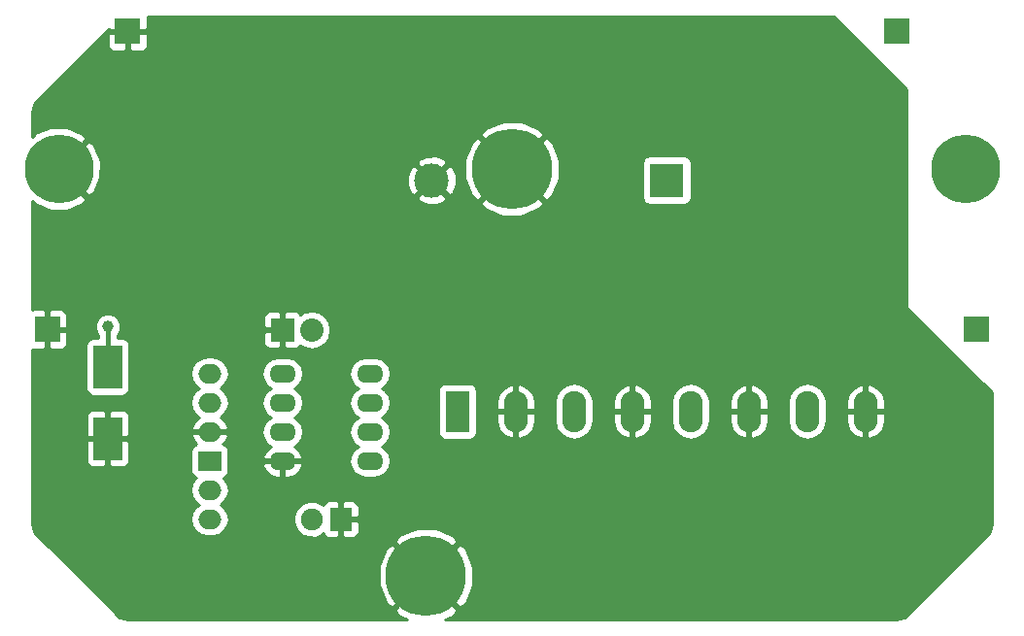
<source format=gtl>
G04 #@! TF.FileFunction,Copper,L1,Top,Signal*
%FSLAX46Y46*%
G04 Gerber Fmt 4.6, Leading zero omitted, Abs format (unit mm)*
G04 Created by KiCad (PCBNEW 4.0.5+dfsg1-4) date Tue May 16 10:22:51 2017*
%MOMM*%
%LPD*%
G01*
G04 APERTURE LIST*
%ADD10C,0.100000*%
%ADD11R,2.000000X1.700000*%
%ADD12O,2.000000X1.700000*%
%ADD13R,2.100000X3.600000*%
%ADD14O,2.100000X3.600000*%
%ADD15C,3.000000*%
%ADD16R,3.000000X3.000000*%
%ADD17R,2.235200X2.235200*%
%ADD18R,1.900000X2.000000*%
%ADD19C,1.900000*%
%ADD20R,2.032000X2.032000*%
%ADD21O,2.032000X2.032000*%
%ADD22R,2.500000X3.750000*%
%ADD23C,7.000000*%
%ADD24C,6.000000*%
%ADD25O,2.300000X1.600000*%
%ADD26C,1.000000*%
%ADD27C,0.400000*%
%ADD28C,0.254000*%
G04 APERTURE END LIST*
D10*
D11*
X57150000Y-157480000D03*
D12*
X57150000Y-154940000D03*
X57150000Y-152400000D03*
X57150000Y-149860000D03*
X57150000Y-160020000D03*
X57150000Y-162560000D03*
D13*
X78740000Y-153150000D03*
D14*
X83820000Y-153150000D03*
X88900000Y-153150000D03*
X93980000Y-153150000D03*
X99060000Y-153150000D03*
X104140000Y-153150000D03*
X109220000Y-153150000D03*
X114300000Y-153150000D03*
D15*
X76500000Y-133000000D03*
D16*
X96990000Y-133000000D03*
D17*
X117000000Y-120000000D03*
X50000000Y-120000000D03*
D18*
X68580000Y-162560000D03*
D19*
X66040000Y-162560000D03*
D20*
X63500000Y-146050000D03*
D21*
X66040000Y-146050000D03*
D22*
X48260000Y-149275000D03*
X48260000Y-155525000D03*
D17*
X124000000Y-146000000D03*
X43000000Y-146000000D03*
D23*
X83500000Y-132000000D03*
D24*
X123000000Y-132000000D03*
X44000000Y-132000000D03*
D23*
X76000000Y-167500000D03*
D25*
X63500000Y-149860000D03*
X63500000Y-152400000D03*
X63500000Y-154940000D03*
X63500000Y-157480000D03*
X71120000Y-157480000D03*
X71120000Y-154940000D03*
X71120000Y-152400000D03*
X71120000Y-149860000D03*
D26*
X48260000Y-159385000D03*
X48269438Y-145741697D03*
D27*
X48260000Y-155525000D02*
X48260000Y-159385000D01*
X48269438Y-145741697D02*
X48269438Y-149265562D01*
X48269438Y-149265562D02*
X48260000Y-149275000D01*
D28*
G36*
X117873000Y-125052606D02*
X117873000Y-144000000D01*
X117883006Y-144049410D01*
X117910197Y-144089803D01*
X125290000Y-151469606D01*
X125290000Y-162930069D01*
X125140938Y-163679456D01*
X117679456Y-171140938D01*
X116930069Y-171290000D01*
X77657798Y-171290000D01*
X78310145Y-171026750D01*
X78374238Y-170983924D01*
X78777707Y-170457312D01*
X76000000Y-167679605D01*
X73222293Y-170457312D01*
X73625762Y-170983924D01*
X74346001Y-171290000D01*
X50069931Y-171290000D01*
X49320544Y-171140938D01*
X46464272Y-168284666D01*
X71857654Y-168284666D01*
X72473250Y-169810145D01*
X72516076Y-169874238D01*
X73042688Y-170277707D01*
X75820395Y-167500000D01*
X76179605Y-167500000D01*
X78957312Y-170277707D01*
X79483924Y-169874238D01*
X80127307Y-168360270D01*
X80142346Y-166715334D01*
X79526750Y-165189855D01*
X79483924Y-165125762D01*
X78957312Y-164722293D01*
X76179605Y-167500000D01*
X75820395Y-167500000D01*
X73042688Y-164722293D01*
X72516076Y-165125762D01*
X71872693Y-166639730D01*
X71857654Y-168284666D01*
X46464272Y-168284666D01*
X42722294Y-164542688D01*
X73222293Y-164542688D01*
X76000000Y-167320395D01*
X78777707Y-164542688D01*
X78374238Y-164016076D01*
X76860270Y-163372693D01*
X75215334Y-163357654D01*
X73689855Y-163973250D01*
X73625762Y-164016076D01*
X73222293Y-164542688D01*
X42722294Y-164542688D01*
X41859062Y-163679456D01*
X41710000Y-162930069D01*
X41710000Y-160020000D01*
X55482968Y-160020000D01*
X55596007Y-160588285D01*
X55917914Y-161070054D01*
X56247087Y-161290000D01*
X55917914Y-161509946D01*
X55596007Y-161991715D01*
X55482968Y-162560000D01*
X55596007Y-163128285D01*
X55917914Y-163610054D01*
X56399683Y-163931961D01*
X56967968Y-164045000D01*
X57332032Y-164045000D01*
X57900317Y-163931961D01*
X58382086Y-163610054D01*
X58703993Y-163128285D01*
X58754594Y-162873893D01*
X64454725Y-162873893D01*
X64695519Y-163456657D01*
X65140997Y-163902914D01*
X65723341Y-164144724D01*
X66353893Y-164145275D01*
X66936657Y-163904481D01*
X67041867Y-163799455D01*
X67091673Y-163919698D01*
X67270301Y-164098327D01*
X67503690Y-164195000D01*
X68294250Y-164195000D01*
X68453000Y-164036250D01*
X68453000Y-162687000D01*
X68707000Y-162687000D01*
X68707000Y-164036250D01*
X68865750Y-164195000D01*
X69656310Y-164195000D01*
X69889699Y-164098327D01*
X70068327Y-163919698D01*
X70165000Y-163686309D01*
X70165000Y-162845750D01*
X70006250Y-162687000D01*
X68707000Y-162687000D01*
X68453000Y-162687000D01*
X68433000Y-162687000D01*
X68433000Y-162433000D01*
X68453000Y-162433000D01*
X68453000Y-161083750D01*
X68707000Y-161083750D01*
X68707000Y-162433000D01*
X70006250Y-162433000D01*
X70165000Y-162274250D01*
X70165000Y-161433691D01*
X70068327Y-161200302D01*
X69889699Y-161021673D01*
X69656310Y-160925000D01*
X68865750Y-160925000D01*
X68707000Y-161083750D01*
X68453000Y-161083750D01*
X68294250Y-160925000D01*
X67503690Y-160925000D01*
X67270301Y-161021673D01*
X67091673Y-161200302D01*
X67041988Y-161320251D01*
X66939003Y-161217086D01*
X66356659Y-160975276D01*
X65726107Y-160974725D01*
X65143343Y-161215519D01*
X64697086Y-161660997D01*
X64455276Y-162243341D01*
X64454725Y-162873893D01*
X58754594Y-162873893D01*
X58817032Y-162560000D01*
X58703993Y-161991715D01*
X58382086Y-161509946D01*
X58052913Y-161290000D01*
X58382086Y-161070054D01*
X58703993Y-160588285D01*
X58817032Y-160020000D01*
X58703993Y-159451715D01*
X58382086Y-158969946D01*
X58339841Y-158941719D01*
X58385317Y-158933162D01*
X58601441Y-158794090D01*
X58746431Y-158581890D01*
X58797440Y-158330000D01*
X58797440Y-157829039D01*
X61758096Y-157829039D01*
X61775633Y-157911819D01*
X62045500Y-158404896D01*
X62483517Y-158757166D01*
X63023000Y-158915000D01*
X63373000Y-158915000D01*
X63373000Y-157607000D01*
X63627000Y-157607000D01*
X63627000Y-158915000D01*
X63977000Y-158915000D01*
X64516483Y-158757166D01*
X64954500Y-158404896D01*
X65224367Y-157911819D01*
X65241904Y-157829039D01*
X65119915Y-157607000D01*
X63627000Y-157607000D01*
X63373000Y-157607000D01*
X61880085Y-157607000D01*
X61758096Y-157829039D01*
X58797440Y-157829039D01*
X58797440Y-156630000D01*
X58753162Y-156394683D01*
X58614090Y-156178559D01*
X58401890Y-156033569D01*
X58289231Y-156010755D01*
X58488664Y-155832045D01*
X58739553Y-155309260D01*
X58741476Y-155296890D01*
X58620155Y-155067000D01*
X57277000Y-155067000D01*
X57277000Y-155087000D01*
X57023000Y-155087000D01*
X57023000Y-155067000D01*
X55679845Y-155067000D01*
X55558524Y-155296890D01*
X55560447Y-155309260D01*
X55811336Y-155832045D01*
X56008927Y-156009105D01*
X55914683Y-156026838D01*
X55698559Y-156165910D01*
X55553569Y-156378110D01*
X55502560Y-156630000D01*
X55502560Y-158330000D01*
X55546838Y-158565317D01*
X55685910Y-158781441D01*
X55898110Y-158926431D01*
X55963286Y-158939629D01*
X55917914Y-158969946D01*
X55596007Y-159451715D01*
X55482968Y-160020000D01*
X41710000Y-160020000D01*
X41710000Y-155810750D01*
X46375000Y-155810750D01*
X46375000Y-157526309D01*
X46471673Y-157759698D01*
X46650301Y-157938327D01*
X46883690Y-158035000D01*
X47974250Y-158035000D01*
X48133000Y-157876250D01*
X48133000Y-155652000D01*
X48387000Y-155652000D01*
X48387000Y-157876250D01*
X48545750Y-158035000D01*
X49636310Y-158035000D01*
X49869699Y-157938327D01*
X50048327Y-157759698D01*
X50145000Y-157526309D01*
X50145000Y-155810750D01*
X49986250Y-155652000D01*
X48387000Y-155652000D01*
X48133000Y-155652000D01*
X46533750Y-155652000D01*
X46375000Y-155810750D01*
X41710000Y-155810750D01*
X41710000Y-153523691D01*
X46375000Y-153523691D01*
X46375000Y-155239250D01*
X46533750Y-155398000D01*
X48133000Y-155398000D01*
X48133000Y-153173750D01*
X48387000Y-153173750D01*
X48387000Y-155398000D01*
X49986250Y-155398000D01*
X50145000Y-155239250D01*
X50145000Y-153523691D01*
X50048327Y-153290302D01*
X49869699Y-153111673D01*
X49636310Y-153015000D01*
X48545750Y-153015000D01*
X48387000Y-153173750D01*
X48133000Y-153173750D01*
X47974250Y-153015000D01*
X46883690Y-153015000D01*
X46650301Y-153111673D01*
X46471673Y-153290302D01*
X46375000Y-153523691D01*
X41710000Y-153523691D01*
X41710000Y-147733508D01*
X41756091Y-147752600D01*
X42714250Y-147752600D01*
X42873000Y-147593850D01*
X42873000Y-146127000D01*
X43127000Y-146127000D01*
X43127000Y-147593850D01*
X43285750Y-147752600D01*
X44243909Y-147752600D01*
X44477298Y-147655927D01*
X44655927Y-147477299D01*
X44687945Y-147400000D01*
X46362560Y-147400000D01*
X46362560Y-151150000D01*
X46406838Y-151385317D01*
X46545910Y-151601441D01*
X46758110Y-151746431D01*
X47010000Y-151797440D01*
X49510000Y-151797440D01*
X49745317Y-151753162D01*
X49961441Y-151614090D01*
X50106431Y-151401890D01*
X50157440Y-151150000D01*
X50157440Y-149860000D01*
X55482968Y-149860000D01*
X55596007Y-150428285D01*
X55917914Y-150910054D01*
X56247087Y-151130000D01*
X55917914Y-151349946D01*
X55596007Y-151831715D01*
X55482968Y-152400000D01*
X55596007Y-152968285D01*
X55917914Y-153450054D01*
X56239085Y-153664653D01*
X55811336Y-154047955D01*
X55560447Y-154570740D01*
X55558524Y-154583110D01*
X55679845Y-154813000D01*
X57023000Y-154813000D01*
X57023000Y-154793000D01*
X57277000Y-154793000D01*
X57277000Y-154813000D01*
X58620155Y-154813000D01*
X58741476Y-154583110D01*
X58739553Y-154570740D01*
X58488664Y-154047955D01*
X58060915Y-153664653D01*
X58382086Y-153450054D01*
X58703993Y-152968285D01*
X58817032Y-152400000D01*
X58703993Y-151831715D01*
X58382086Y-151349946D01*
X58052913Y-151130000D01*
X58382086Y-150910054D01*
X58703993Y-150428285D01*
X58817032Y-149860000D01*
X61680030Y-149860000D01*
X61789263Y-150409151D01*
X62100332Y-150874698D01*
X62482418Y-151130000D01*
X62100332Y-151385302D01*
X61789263Y-151850849D01*
X61680030Y-152400000D01*
X61789263Y-152949151D01*
X62100332Y-153414698D01*
X62482418Y-153670000D01*
X62100332Y-153925302D01*
X61789263Y-154390849D01*
X61680030Y-154940000D01*
X61789263Y-155489151D01*
X62100332Y-155954698D01*
X62478151Y-156207149D01*
X62045500Y-156555104D01*
X61775633Y-157048181D01*
X61758096Y-157130961D01*
X61880085Y-157353000D01*
X63373000Y-157353000D01*
X63373000Y-157333000D01*
X63627000Y-157333000D01*
X63627000Y-157353000D01*
X65119915Y-157353000D01*
X65241904Y-157130961D01*
X65224367Y-157048181D01*
X64954500Y-156555104D01*
X64521849Y-156207149D01*
X64899668Y-155954698D01*
X65210737Y-155489151D01*
X65319970Y-154940000D01*
X65210737Y-154390849D01*
X64899668Y-153925302D01*
X64517582Y-153670000D01*
X64899668Y-153414698D01*
X65210737Y-152949151D01*
X65319970Y-152400000D01*
X65210737Y-151850849D01*
X64899668Y-151385302D01*
X64517582Y-151130000D01*
X64899668Y-150874698D01*
X65210737Y-150409151D01*
X65319970Y-149860000D01*
X69300030Y-149860000D01*
X69409263Y-150409151D01*
X69720332Y-150874698D01*
X70102418Y-151130000D01*
X69720332Y-151385302D01*
X69409263Y-151850849D01*
X69300030Y-152400000D01*
X69409263Y-152949151D01*
X69720332Y-153414698D01*
X70102418Y-153670000D01*
X69720332Y-153925302D01*
X69409263Y-154390849D01*
X69300030Y-154940000D01*
X69409263Y-155489151D01*
X69720332Y-155954698D01*
X70102418Y-156210000D01*
X69720332Y-156465302D01*
X69409263Y-156930849D01*
X69300030Y-157480000D01*
X69409263Y-158029151D01*
X69720332Y-158494698D01*
X70185879Y-158805767D01*
X70735030Y-158915000D01*
X71504970Y-158915000D01*
X72054121Y-158805767D01*
X72519668Y-158494698D01*
X72830737Y-158029151D01*
X72939970Y-157480000D01*
X72830737Y-156930849D01*
X72519668Y-156465302D01*
X72137582Y-156210000D01*
X72519668Y-155954698D01*
X72830737Y-155489151D01*
X72939970Y-154940000D01*
X72830737Y-154390849D01*
X72519668Y-153925302D01*
X72137582Y-153670000D01*
X72519668Y-153414698D01*
X72830737Y-152949151D01*
X72939970Y-152400000D01*
X72830737Y-151850849D01*
X72519668Y-151385302D01*
X72466835Y-151350000D01*
X77042560Y-151350000D01*
X77042560Y-154950000D01*
X77086838Y-155185317D01*
X77225910Y-155401441D01*
X77438110Y-155546431D01*
X77690000Y-155597440D01*
X79790000Y-155597440D01*
X80025317Y-155553162D01*
X80241441Y-155414090D01*
X80386431Y-155201890D01*
X80437440Y-154950000D01*
X80437440Y-153277000D01*
X82135000Y-153277000D01*
X82135000Y-154027000D01*
X82311864Y-154662154D01*
X82718328Y-155181277D01*
X83292511Y-155505337D01*
X83431721Y-155539654D01*
X83693000Y-155420957D01*
X83693000Y-153277000D01*
X83947000Y-153277000D01*
X83947000Y-155420957D01*
X84208279Y-155539654D01*
X84347489Y-155505337D01*
X84921672Y-155181277D01*
X85328136Y-154662154D01*
X85505000Y-154027000D01*
X85505000Y-153277000D01*
X83947000Y-153277000D01*
X83693000Y-153277000D01*
X82135000Y-153277000D01*
X80437440Y-153277000D01*
X80437440Y-152273000D01*
X82135000Y-152273000D01*
X82135000Y-153023000D01*
X83693000Y-153023000D01*
X83693000Y-150879043D01*
X83947000Y-150879043D01*
X83947000Y-153023000D01*
X85505000Y-153023000D01*
X85505000Y-152352296D01*
X87215000Y-152352296D01*
X87215000Y-153947704D01*
X87343263Y-154592526D01*
X87708525Y-155139179D01*
X88255178Y-155504441D01*
X88900000Y-155632704D01*
X89544822Y-155504441D01*
X90091475Y-155139179D01*
X90456737Y-154592526D01*
X90585000Y-153947704D01*
X90585000Y-153277000D01*
X92295000Y-153277000D01*
X92295000Y-154027000D01*
X92471864Y-154662154D01*
X92878328Y-155181277D01*
X93452511Y-155505337D01*
X93591721Y-155539654D01*
X93853000Y-155420957D01*
X93853000Y-153277000D01*
X94107000Y-153277000D01*
X94107000Y-155420957D01*
X94368279Y-155539654D01*
X94507489Y-155505337D01*
X95081672Y-155181277D01*
X95488136Y-154662154D01*
X95665000Y-154027000D01*
X95665000Y-153277000D01*
X94107000Y-153277000D01*
X93853000Y-153277000D01*
X92295000Y-153277000D01*
X90585000Y-153277000D01*
X90585000Y-152352296D01*
X90569228Y-152273000D01*
X92295000Y-152273000D01*
X92295000Y-153023000D01*
X93853000Y-153023000D01*
X93853000Y-150879043D01*
X94107000Y-150879043D01*
X94107000Y-153023000D01*
X95665000Y-153023000D01*
X95665000Y-152352296D01*
X97375000Y-152352296D01*
X97375000Y-153947704D01*
X97503263Y-154592526D01*
X97868525Y-155139179D01*
X98415178Y-155504441D01*
X99060000Y-155632704D01*
X99704822Y-155504441D01*
X100251475Y-155139179D01*
X100616737Y-154592526D01*
X100745000Y-153947704D01*
X100745000Y-153277000D01*
X102455000Y-153277000D01*
X102455000Y-154027000D01*
X102631864Y-154662154D01*
X103038328Y-155181277D01*
X103612511Y-155505337D01*
X103751721Y-155539654D01*
X104013000Y-155420957D01*
X104013000Y-153277000D01*
X104267000Y-153277000D01*
X104267000Y-155420957D01*
X104528279Y-155539654D01*
X104667489Y-155505337D01*
X105241672Y-155181277D01*
X105648136Y-154662154D01*
X105825000Y-154027000D01*
X105825000Y-153277000D01*
X104267000Y-153277000D01*
X104013000Y-153277000D01*
X102455000Y-153277000D01*
X100745000Y-153277000D01*
X100745000Y-152352296D01*
X100729228Y-152273000D01*
X102455000Y-152273000D01*
X102455000Y-153023000D01*
X104013000Y-153023000D01*
X104013000Y-150879043D01*
X104267000Y-150879043D01*
X104267000Y-153023000D01*
X105825000Y-153023000D01*
X105825000Y-152352296D01*
X107535000Y-152352296D01*
X107535000Y-153947704D01*
X107663263Y-154592526D01*
X108028525Y-155139179D01*
X108575178Y-155504441D01*
X109220000Y-155632704D01*
X109864822Y-155504441D01*
X110411475Y-155139179D01*
X110776737Y-154592526D01*
X110905000Y-153947704D01*
X110905000Y-153277000D01*
X112615000Y-153277000D01*
X112615000Y-154027000D01*
X112791864Y-154662154D01*
X113198328Y-155181277D01*
X113772511Y-155505337D01*
X113911721Y-155539654D01*
X114173000Y-155420957D01*
X114173000Y-153277000D01*
X114427000Y-153277000D01*
X114427000Y-155420957D01*
X114688279Y-155539654D01*
X114827489Y-155505337D01*
X115401672Y-155181277D01*
X115808136Y-154662154D01*
X115985000Y-154027000D01*
X115985000Y-153277000D01*
X114427000Y-153277000D01*
X114173000Y-153277000D01*
X112615000Y-153277000D01*
X110905000Y-153277000D01*
X110905000Y-152352296D01*
X110889228Y-152273000D01*
X112615000Y-152273000D01*
X112615000Y-153023000D01*
X114173000Y-153023000D01*
X114173000Y-150879043D01*
X114427000Y-150879043D01*
X114427000Y-153023000D01*
X115985000Y-153023000D01*
X115985000Y-152273000D01*
X115808136Y-151637846D01*
X115401672Y-151118723D01*
X114827489Y-150794663D01*
X114688279Y-150760346D01*
X114427000Y-150879043D01*
X114173000Y-150879043D01*
X113911721Y-150760346D01*
X113772511Y-150794663D01*
X113198328Y-151118723D01*
X112791864Y-151637846D01*
X112615000Y-152273000D01*
X110889228Y-152273000D01*
X110776737Y-151707474D01*
X110411475Y-151160821D01*
X109864822Y-150795559D01*
X109220000Y-150667296D01*
X108575178Y-150795559D01*
X108028525Y-151160821D01*
X107663263Y-151707474D01*
X107535000Y-152352296D01*
X105825000Y-152352296D01*
X105825000Y-152273000D01*
X105648136Y-151637846D01*
X105241672Y-151118723D01*
X104667489Y-150794663D01*
X104528279Y-150760346D01*
X104267000Y-150879043D01*
X104013000Y-150879043D01*
X103751721Y-150760346D01*
X103612511Y-150794663D01*
X103038328Y-151118723D01*
X102631864Y-151637846D01*
X102455000Y-152273000D01*
X100729228Y-152273000D01*
X100616737Y-151707474D01*
X100251475Y-151160821D01*
X99704822Y-150795559D01*
X99060000Y-150667296D01*
X98415178Y-150795559D01*
X97868525Y-151160821D01*
X97503263Y-151707474D01*
X97375000Y-152352296D01*
X95665000Y-152352296D01*
X95665000Y-152273000D01*
X95488136Y-151637846D01*
X95081672Y-151118723D01*
X94507489Y-150794663D01*
X94368279Y-150760346D01*
X94107000Y-150879043D01*
X93853000Y-150879043D01*
X93591721Y-150760346D01*
X93452511Y-150794663D01*
X92878328Y-151118723D01*
X92471864Y-151637846D01*
X92295000Y-152273000D01*
X90569228Y-152273000D01*
X90456737Y-151707474D01*
X90091475Y-151160821D01*
X89544822Y-150795559D01*
X88900000Y-150667296D01*
X88255178Y-150795559D01*
X87708525Y-151160821D01*
X87343263Y-151707474D01*
X87215000Y-152352296D01*
X85505000Y-152352296D01*
X85505000Y-152273000D01*
X85328136Y-151637846D01*
X84921672Y-151118723D01*
X84347489Y-150794663D01*
X84208279Y-150760346D01*
X83947000Y-150879043D01*
X83693000Y-150879043D01*
X83431721Y-150760346D01*
X83292511Y-150794663D01*
X82718328Y-151118723D01*
X82311864Y-151637846D01*
X82135000Y-152273000D01*
X80437440Y-152273000D01*
X80437440Y-151350000D01*
X80393162Y-151114683D01*
X80254090Y-150898559D01*
X80041890Y-150753569D01*
X79790000Y-150702560D01*
X77690000Y-150702560D01*
X77454683Y-150746838D01*
X77238559Y-150885910D01*
X77093569Y-151098110D01*
X77042560Y-151350000D01*
X72466835Y-151350000D01*
X72137582Y-151130000D01*
X72519668Y-150874698D01*
X72830737Y-150409151D01*
X72939970Y-149860000D01*
X72830737Y-149310849D01*
X72519668Y-148845302D01*
X72054121Y-148534233D01*
X71504970Y-148425000D01*
X70735030Y-148425000D01*
X70185879Y-148534233D01*
X69720332Y-148845302D01*
X69409263Y-149310849D01*
X69300030Y-149860000D01*
X65319970Y-149860000D01*
X65210737Y-149310849D01*
X64899668Y-148845302D01*
X64434121Y-148534233D01*
X63884970Y-148425000D01*
X63115030Y-148425000D01*
X62565879Y-148534233D01*
X62100332Y-148845302D01*
X61789263Y-149310849D01*
X61680030Y-149860000D01*
X58817032Y-149860000D01*
X58703993Y-149291715D01*
X58382086Y-148809946D01*
X57900317Y-148488039D01*
X57332032Y-148375000D01*
X56967968Y-148375000D01*
X56399683Y-148488039D01*
X55917914Y-148809946D01*
X55596007Y-149291715D01*
X55482968Y-149860000D01*
X50157440Y-149860000D01*
X50157440Y-147400000D01*
X50113162Y-147164683D01*
X49974090Y-146948559D01*
X49761890Y-146803569D01*
X49510000Y-146752560D01*
X49104438Y-146752560D01*
X49104438Y-146511886D01*
X49231083Y-146385462D01*
X49251725Y-146335750D01*
X61849000Y-146335750D01*
X61849000Y-147192309D01*
X61945673Y-147425698D01*
X62124301Y-147604327D01*
X62357690Y-147701000D01*
X63214250Y-147701000D01*
X63373000Y-147542250D01*
X63373000Y-146177000D01*
X62007750Y-146177000D01*
X61849000Y-146335750D01*
X49251725Y-146335750D01*
X49404241Y-145968453D01*
X49404635Y-145516922D01*
X49232205Y-145099611D01*
X49040620Y-144907691D01*
X61849000Y-144907691D01*
X61849000Y-145764250D01*
X62007750Y-145923000D01*
X63373000Y-145923000D01*
X63373000Y-144557750D01*
X63627000Y-144557750D01*
X63627000Y-145923000D01*
X63647000Y-145923000D01*
X63647000Y-146177000D01*
X63627000Y-146177000D01*
X63627000Y-147542250D01*
X63785750Y-147701000D01*
X64642310Y-147701000D01*
X64875699Y-147604327D01*
X65054327Y-147425698D01*
X65071999Y-147383034D01*
X65408190Y-147607670D01*
X66040000Y-147733345D01*
X66671810Y-147607670D01*
X67207433Y-147249778D01*
X67565325Y-146714155D01*
X67691000Y-146082345D01*
X67691000Y-146017655D01*
X67565325Y-145385845D01*
X67207433Y-144850222D01*
X66671810Y-144492330D01*
X66040000Y-144366655D01*
X65408190Y-144492330D01*
X65071999Y-144716966D01*
X65054327Y-144674302D01*
X64875699Y-144495673D01*
X64642310Y-144399000D01*
X63785750Y-144399000D01*
X63627000Y-144557750D01*
X63373000Y-144557750D01*
X63214250Y-144399000D01*
X62357690Y-144399000D01*
X62124301Y-144495673D01*
X61945673Y-144674302D01*
X61849000Y-144907691D01*
X49040620Y-144907691D01*
X48913203Y-144780052D01*
X48496194Y-144606894D01*
X48044663Y-144606500D01*
X47627352Y-144778930D01*
X47307793Y-145097932D01*
X47134635Y-145514941D01*
X47134241Y-145966472D01*
X47306671Y-146383783D01*
X47434438Y-146511773D01*
X47434438Y-146752560D01*
X47010000Y-146752560D01*
X46774683Y-146796838D01*
X46558559Y-146935910D01*
X46413569Y-147148110D01*
X46362560Y-147400000D01*
X44687945Y-147400000D01*
X44752600Y-147243910D01*
X44752600Y-146285750D01*
X44593850Y-146127000D01*
X43127000Y-146127000D01*
X42873000Y-146127000D01*
X42853000Y-146127000D01*
X42853000Y-145873000D01*
X42873000Y-145873000D01*
X42873000Y-144406150D01*
X43127000Y-144406150D01*
X43127000Y-145873000D01*
X44593850Y-145873000D01*
X44752600Y-145714250D01*
X44752600Y-144756090D01*
X44655927Y-144522701D01*
X44477298Y-144344073D01*
X44243909Y-144247400D01*
X43285750Y-144247400D01*
X43127000Y-144406150D01*
X42873000Y-144406150D01*
X42714250Y-144247400D01*
X41756091Y-144247400D01*
X41710000Y-144266492D01*
X41710000Y-134772618D01*
X41925566Y-135071277D01*
X43258800Y-135631342D01*
X44704875Y-135638568D01*
X46043639Y-135091854D01*
X46074434Y-135071277D01*
X46417025Y-134596630D01*
X46334365Y-134513970D01*
X75165635Y-134513970D01*
X75325418Y-134832739D01*
X76116187Y-135142723D01*
X76965387Y-135126497D01*
X77373835Y-134957312D01*
X80722293Y-134957312D01*
X81125762Y-135483924D01*
X82639730Y-136127307D01*
X84284666Y-136142346D01*
X85810145Y-135526750D01*
X85874238Y-135483924D01*
X86277707Y-134957312D01*
X83500000Y-132179605D01*
X80722293Y-134957312D01*
X77373835Y-134957312D01*
X77674582Y-134832739D01*
X77834365Y-134513970D01*
X76500000Y-133179605D01*
X75165635Y-134513970D01*
X46334365Y-134513970D01*
X44000000Y-132179605D01*
X43985858Y-132193748D01*
X43806253Y-132014143D01*
X43820395Y-132000000D01*
X44179605Y-132000000D01*
X46596630Y-134417025D01*
X47071277Y-134074434D01*
X47631342Y-132741200D01*
X47631966Y-132616187D01*
X74357277Y-132616187D01*
X74373503Y-133465387D01*
X74667261Y-134174582D01*
X74986030Y-134334365D01*
X76320395Y-133000000D01*
X76679605Y-133000000D01*
X78013970Y-134334365D01*
X78332739Y-134174582D01*
X78642723Y-133383813D01*
X78631275Y-132784666D01*
X79357654Y-132784666D01*
X79973250Y-134310145D01*
X80016076Y-134374238D01*
X80542688Y-134777707D01*
X83320395Y-132000000D01*
X83679605Y-132000000D01*
X86457312Y-134777707D01*
X86983924Y-134374238D01*
X87627307Y-132860270D01*
X87639743Y-131500000D01*
X94842560Y-131500000D01*
X94842560Y-134500000D01*
X94886838Y-134735317D01*
X95025910Y-134951441D01*
X95238110Y-135096431D01*
X95490000Y-135147440D01*
X98490000Y-135147440D01*
X98725317Y-135103162D01*
X98941441Y-134964090D01*
X99086431Y-134751890D01*
X99137440Y-134500000D01*
X99137440Y-131500000D01*
X99093162Y-131264683D01*
X98954090Y-131048559D01*
X98741890Y-130903569D01*
X98490000Y-130852560D01*
X95490000Y-130852560D01*
X95254683Y-130896838D01*
X95038559Y-131035910D01*
X94893569Y-131248110D01*
X94842560Y-131500000D01*
X87639743Y-131500000D01*
X87642346Y-131215334D01*
X87026750Y-129689855D01*
X86983924Y-129625762D01*
X86457312Y-129222293D01*
X83679605Y-132000000D01*
X83320395Y-132000000D01*
X80542688Y-129222293D01*
X80016076Y-129625762D01*
X79372693Y-131139730D01*
X79357654Y-132784666D01*
X78631275Y-132784666D01*
X78626497Y-132534613D01*
X78332739Y-131825418D01*
X78013970Y-131665635D01*
X76679605Y-133000000D01*
X76320395Y-133000000D01*
X74986030Y-131665635D01*
X74667261Y-131825418D01*
X74357277Y-132616187D01*
X47631966Y-132616187D01*
X47637613Y-131486030D01*
X75165635Y-131486030D01*
X76500000Y-132820395D01*
X77834365Y-131486030D01*
X77674582Y-131167261D01*
X76883813Y-130857277D01*
X76034613Y-130873503D01*
X75325418Y-131167261D01*
X75165635Y-131486030D01*
X47637613Y-131486030D01*
X47638568Y-131295125D01*
X47091854Y-129956361D01*
X47071277Y-129925566D01*
X46596630Y-129582975D01*
X44179605Y-132000000D01*
X43820395Y-132000000D01*
X43806253Y-131985858D01*
X43985858Y-131806253D01*
X44000000Y-131820395D01*
X46417025Y-129403370D01*
X46156692Y-129042688D01*
X80722293Y-129042688D01*
X83500000Y-131820395D01*
X86277707Y-129042688D01*
X85874238Y-128516076D01*
X84360270Y-127872693D01*
X82715334Y-127857654D01*
X81189855Y-128473250D01*
X81125762Y-128516076D01*
X80722293Y-129042688D01*
X46156692Y-129042688D01*
X46074434Y-128928723D01*
X44741200Y-128368658D01*
X43295125Y-128361432D01*
X41956361Y-128908146D01*
X41925566Y-128928723D01*
X41710000Y-129227382D01*
X41710000Y-127069931D01*
X41859062Y-126320544D01*
X47893856Y-120285750D01*
X48247400Y-120285750D01*
X48247400Y-121243910D01*
X48344073Y-121477299D01*
X48522702Y-121655927D01*
X48756091Y-121752600D01*
X49714250Y-121752600D01*
X49873000Y-121593850D01*
X49873000Y-120127000D01*
X50127000Y-120127000D01*
X50127000Y-121593850D01*
X50285750Y-121752600D01*
X51243909Y-121752600D01*
X51477298Y-121655927D01*
X51655927Y-121477299D01*
X51752600Y-121243910D01*
X51752600Y-120285750D01*
X51593850Y-120127000D01*
X50127000Y-120127000D01*
X49873000Y-120127000D01*
X48406150Y-120127000D01*
X48247400Y-120285750D01*
X47893856Y-120285750D01*
X48356378Y-119823228D01*
X48406150Y-119873000D01*
X49873000Y-119873000D01*
X49873000Y-119853000D01*
X50127000Y-119853000D01*
X50127000Y-119873000D01*
X51593850Y-119873000D01*
X51752600Y-119714250D01*
X51752600Y-118756090D01*
X51733509Y-118710000D01*
X111530394Y-118710000D01*
X117873000Y-125052606D01*
X117873000Y-125052606D01*
G37*
X117873000Y-125052606D02*
X117873000Y-144000000D01*
X117883006Y-144049410D01*
X117910197Y-144089803D01*
X125290000Y-151469606D01*
X125290000Y-162930069D01*
X125140938Y-163679456D01*
X117679456Y-171140938D01*
X116930069Y-171290000D01*
X77657798Y-171290000D01*
X78310145Y-171026750D01*
X78374238Y-170983924D01*
X78777707Y-170457312D01*
X76000000Y-167679605D01*
X73222293Y-170457312D01*
X73625762Y-170983924D01*
X74346001Y-171290000D01*
X50069931Y-171290000D01*
X49320544Y-171140938D01*
X46464272Y-168284666D01*
X71857654Y-168284666D01*
X72473250Y-169810145D01*
X72516076Y-169874238D01*
X73042688Y-170277707D01*
X75820395Y-167500000D01*
X76179605Y-167500000D01*
X78957312Y-170277707D01*
X79483924Y-169874238D01*
X80127307Y-168360270D01*
X80142346Y-166715334D01*
X79526750Y-165189855D01*
X79483924Y-165125762D01*
X78957312Y-164722293D01*
X76179605Y-167500000D01*
X75820395Y-167500000D01*
X73042688Y-164722293D01*
X72516076Y-165125762D01*
X71872693Y-166639730D01*
X71857654Y-168284666D01*
X46464272Y-168284666D01*
X42722294Y-164542688D01*
X73222293Y-164542688D01*
X76000000Y-167320395D01*
X78777707Y-164542688D01*
X78374238Y-164016076D01*
X76860270Y-163372693D01*
X75215334Y-163357654D01*
X73689855Y-163973250D01*
X73625762Y-164016076D01*
X73222293Y-164542688D01*
X42722294Y-164542688D01*
X41859062Y-163679456D01*
X41710000Y-162930069D01*
X41710000Y-160020000D01*
X55482968Y-160020000D01*
X55596007Y-160588285D01*
X55917914Y-161070054D01*
X56247087Y-161290000D01*
X55917914Y-161509946D01*
X55596007Y-161991715D01*
X55482968Y-162560000D01*
X55596007Y-163128285D01*
X55917914Y-163610054D01*
X56399683Y-163931961D01*
X56967968Y-164045000D01*
X57332032Y-164045000D01*
X57900317Y-163931961D01*
X58382086Y-163610054D01*
X58703993Y-163128285D01*
X58754594Y-162873893D01*
X64454725Y-162873893D01*
X64695519Y-163456657D01*
X65140997Y-163902914D01*
X65723341Y-164144724D01*
X66353893Y-164145275D01*
X66936657Y-163904481D01*
X67041867Y-163799455D01*
X67091673Y-163919698D01*
X67270301Y-164098327D01*
X67503690Y-164195000D01*
X68294250Y-164195000D01*
X68453000Y-164036250D01*
X68453000Y-162687000D01*
X68707000Y-162687000D01*
X68707000Y-164036250D01*
X68865750Y-164195000D01*
X69656310Y-164195000D01*
X69889699Y-164098327D01*
X70068327Y-163919698D01*
X70165000Y-163686309D01*
X70165000Y-162845750D01*
X70006250Y-162687000D01*
X68707000Y-162687000D01*
X68453000Y-162687000D01*
X68433000Y-162687000D01*
X68433000Y-162433000D01*
X68453000Y-162433000D01*
X68453000Y-161083750D01*
X68707000Y-161083750D01*
X68707000Y-162433000D01*
X70006250Y-162433000D01*
X70165000Y-162274250D01*
X70165000Y-161433691D01*
X70068327Y-161200302D01*
X69889699Y-161021673D01*
X69656310Y-160925000D01*
X68865750Y-160925000D01*
X68707000Y-161083750D01*
X68453000Y-161083750D01*
X68294250Y-160925000D01*
X67503690Y-160925000D01*
X67270301Y-161021673D01*
X67091673Y-161200302D01*
X67041988Y-161320251D01*
X66939003Y-161217086D01*
X66356659Y-160975276D01*
X65726107Y-160974725D01*
X65143343Y-161215519D01*
X64697086Y-161660997D01*
X64455276Y-162243341D01*
X64454725Y-162873893D01*
X58754594Y-162873893D01*
X58817032Y-162560000D01*
X58703993Y-161991715D01*
X58382086Y-161509946D01*
X58052913Y-161290000D01*
X58382086Y-161070054D01*
X58703993Y-160588285D01*
X58817032Y-160020000D01*
X58703993Y-159451715D01*
X58382086Y-158969946D01*
X58339841Y-158941719D01*
X58385317Y-158933162D01*
X58601441Y-158794090D01*
X58746431Y-158581890D01*
X58797440Y-158330000D01*
X58797440Y-157829039D01*
X61758096Y-157829039D01*
X61775633Y-157911819D01*
X62045500Y-158404896D01*
X62483517Y-158757166D01*
X63023000Y-158915000D01*
X63373000Y-158915000D01*
X63373000Y-157607000D01*
X63627000Y-157607000D01*
X63627000Y-158915000D01*
X63977000Y-158915000D01*
X64516483Y-158757166D01*
X64954500Y-158404896D01*
X65224367Y-157911819D01*
X65241904Y-157829039D01*
X65119915Y-157607000D01*
X63627000Y-157607000D01*
X63373000Y-157607000D01*
X61880085Y-157607000D01*
X61758096Y-157829039D01*
X58797440Y-157829039D01*
X58797440Y-156630000D01*
X58753162Y-156394683D01*
X58614090Y-156178559D01*
X58401890Y-156033569D01*
X58289231Y-156010755D01*
X58488664Y-155832045D01*
X58739553Y-155309260D01*
X58741476Y-155296890D01*
X58620155Y-155067000D01*
X57277000Y-155067000D01*
X57277000Y-155087000D01*
X57023000Y-155087000D01*
X57023000Y-155067000D01*
X55679845Y-155067000D01*
X55558524Y-155296890D01*
X55560447Y-155309260D01*
X55811336Y-155832045D01*
X56008927Y-156009105D01*
X55914683Y-156026838D01*
X55698559Y-156165910D01*
X55553569Y-156378110D01*
X55502560Y-156630000D01*
X55502560Y-158330000D01*
X55546838Y-158565317D01*
X55685910Y-158781441D01*
X55898110Y-158926431D01*
X55963286Y-158939629D01*
X55917914Y-158969946D01*
X55596007Y-159451715D01*
X55482968Y-160020000D01*
X41710000Y-160020000D01*
X41710000Y-155810750D01*
X46375000Y-155810750D01*
X46375000Y-157526309D01*
X46471673Y-157759698D01*
X46650301Y-157938327D01*
X46883690Y-158035000D01*
X47974250Y-158035000D01*
X48133000Y-157876250D01*
X48133000Y-155652000D01*
X48387000Y-155652000D01*
X48387000Y-157876250D01*
X48545750Y-158035000D01*
X49636310Y-158035000D01*
X49869699Y-157938327D01*
X50048327Y-157759698D01*
X50145000Y-157526309D01*
X50145000Y-155810750D01*
X49986250Y-155652000D01*
X48387000Y-155652000D01*
X48133000Y-155652000D01*
X46533750Y-155652000D01*
X46375000Y-155810750D01*
X41710000Y-155810750D01*
X41710000Y-153523691D01*
X46375000Y-153523691D01*
X46375000Y-155239250D01*
X46533750Y-155398000D01*
X48133000Y-155398000D01*
X48133000Y-153173750D01*
X48387000Y-153173750D01*
X48387000Y-155398000D01*
X49986250Y-155398000D01*
X50145000Y-155239250D01*
X50145000Y-153523691D01*
X50048327Y-153290302D01*
X49869699Y-153111673D01*
X49636310Y-153015000D01*
X48545750Y-153015000D01*
X48387000Y-153173750D01*
X48133000Y-153173750D01*
X47974250Y-153015000D01*
X46883690Y-153015000D01*
X46650301Y-153111673D01*
X46471673Y-153290302D01*
X46375000Y-153523691D01*
X41710000Y-153523691D01*
X41710000Y-147733508D01*
X41756091Y-147752600D01*
X42714250Y-147752600D01*
X42873000Y-147593850D01*
X42873000Y-146127000D01*
X43127000Y-146127000D01*
X43127000Y-147593850D01*
X43285750Y-147752600D01*
X44243909Y-147752600D01*
X44477298Y-147655927D01*
X44655927Y-147477299D01*
X44687945Y-147400000D01*
X46362560Y-147400000D01*
X46362560Y-151150000D01*
X46406838Y-151385317D01*
X46545910Y-151601441D01*
X46758110Y-151746431D01*
X47010000Y-151797440D01*
X49510000Y-151797440D01*
X49745317Y-151753162D01*
X49961441Y-151614090D01*
X50106431Y-151401890D01*
X50157440Y-151150000D01*
X50157440Y-149860000D01*
X55482968Y-149860000D01*
X55596007Y-150428285D01*
X55917914Y-150910054D01*
X56247087Y-151130000D01*
X55917914Y-151349946D01*
X55596007Y-151831715D01*
X55482968Y-152400000D01*
X55596007Y-152968285D01*
X55917914Y-153450054D01*
X56239085Y-153664653D01*
X55811336Y-154047955D01*
X55560447Y-154570740D01*
X55558524Y-154583110D01*
X55679845Y-154813000D01*
X57023000Y-154813000D01*
X57023000Y-154793000D01*
X57277000Y-154793000D01*
X57277000Y-154813000D01*
X58620155Y-154813000D01*
X58741476Y-154583110D01*
X58739553Y-154570740D01*
X58488664Y-154047955D01*
X58060915Y-153664653D01*
X58382086Y-153450054D01*
X58703993Y-152968285D01*
X58817032Y-152400000D01*
X58703993Y-151831715D01*
X58382086Y-151349946D01*
X58052913Y-151130000D01*
X58382086Y-150910054D01*
X58703993Y-150428285D01*
X58817032Y-149860000D01*
X61680030Y-149860000D01*
X61789263Y-150409151D01*
X62100332Y-150874698D01*
X62482418Y-151130000D01*
X62100332Y-151385302D01*
X61789263Y-151850849D01*
X61680030Y-152400000D01*
X61789263Y-152949151D01*
X62100332Y-153414698D01*
X62482418Y-153670000D01*
X62100332Y-153925302D01*
X61789263Y-154390849D01*
X61680030Y-154940000D01*
X61789263Y-155489151D01*
X62100332Y-155954698D01*
X62478151Y-156207149D01*
X62045500Y-156555104D01*
X61775633Y-157048181D01*
X61758096Y-157130961D01*
X61880085Y-157353000D01*
X63373000Y-157353000D01*
X63373000Y-157333000D01*
X63627000Y-157333000D01*
X63627000Y-157353000D01*
X65119915Y-157353000D01*
X65241904Y-157130961D01*
X65224367Y-157048181D01*
X64954500Y-156555104D01*
X64521849Y-156207149D01*
X64899668Y-155954698D01*
X65210737Y-155489151D01*
X65319970Y-154940000D01*
X65210737Y-154390849D01*
X64899668Y-153925302D01*
X64517582Y-153670000D01*
X64899668Y-153414698D01*
X65210737Y-152949151D01*
X65319970Y-152400000D01*
X65210737Y-151850849D01*
X64899668Y-151385302D01*
X64517582Y-151130000D01*
X64899668Y-150874698D01*
X65210737Y-150409151D01*
X65319970Y-149860000D01*
X69300030Y-149860000D01*
X69409263Y-150409151D01*
X69720332Y-150874698D01*
X70102418Y-151130000D01*
X69720332Y-151385302D01*
X69409263Y-151850849D01*
X69300030Y-152400000D01*
X69409263Y-152949151D01*
X69720332Y-153414698D01*
X70102418Y-153670000D01*
X69720332Y-153925302D01*
X69409263Y-154390849D01*
X69300030Y-154940000D01*
X69409263Y-155489151D01*
X69720332Y-155954698D01*
X70102418Y-156210000D01*
X69720332Y-156465302D01*
X69409263Y-156930849D01*
X69300030Y-157480000D01*
X69409263Y-158029151D01*
X69720332Y-158494698D01*
X70185879Y-158805767D01*
X70735030Y-158915000D01*
X71504970Y-158915000D01*
X72054121Y-158805767D01*
X72519668Y-158494698D01*
X72830737Y-158029151D01*
X72939970Y-157480000D01*
X72830737Y-156930849D01*
X72519668Y-156465302D01*
X72137582Y-156210000D01*
X72519668Y-155954698D01*
X72830737Y-155489151D01*
X72939970Y-154940000D01*
X72830737Y-154390849D01*
X72519668Y-153925302D01*
X72137582Y-153670000D01*
X72519668Y-153414698D01*
X72830737Y-152949151D01*
X72939970Y-152400000D01*
X72830737Y-151850849D01*
X72519668Y-151385302D01*
X72466835Y-151350000D01*
X77042560Y-151350000D01*
X77042560Y-154950000D01*
X77086838Y-155185317D01*
X77225910Y-155401441D01*
X77438110Y-155546431D01*
X77690000Y-155597440D01*
X79790000Y-155597440D01*
X80025317Y-155553162D01*
X80241441Y-155414090D01*
X80386431Y-155201890D01*
X80437440Y-154950000D01*
X80437440Y-153277000D01*
X82135000Y-153277000D01*
X82135000Y-154027000D01*
X82311864Y-154662154D01*
X82718328Y-155181277D01*
X83292511Y-155505337D01*
X83431721Y-155539654D01*
X83693000Y-155420957D01*
X83693000Y-153277000D01*
X83947000Y-153277000D01*
X83947000Y-155420957D01*
X84208279Y-155539654D01*
X84347489Y-155505337D01*
X84921672Y-155181277D01*
X85328136Y-154662154D01*
X85505000Y-154027000D01*
X85505000Y-153277000D01*
X83947000Y-153277000D01*
X83693000Y-153277000D01*
X82135000Y-153277000D01*
X80437440Y-153277000D01*
X80437440Y-152273000D01*
X82135000Y-152273000D01*
X82135000Y-153023000D01*
X83693000Y-153023000D01*
X83693000Y-150879043D01*
X83947000Y-150879043D01*
X83947000Y-153023000D01*
X85505000Y-153023000D01*
X85505000Y-152352296D01*
X87215000Y-152352296D01*
X87215000Y-153947704D01*
X87343263Y-154592526D01*
X87708525Y-155139179D01*
X88255178Y-155504441D01*
X88900000Y-155632704D01*
X89544822Y-155504441D01*
X90091475Y-155139179D01*
X90456737Y-154592526D01*
X90585000Y-153947704D01*
X90585000Y-153277000D01*
X92295000Y-153277000D01*
X92295000Y-154027000D01*
X92471864Y-154662154D01*
X92878328Y-155181277D01*
X93452511Y-155505337D01*
X93591721Y-155539654D01*
X93853000Y-155420957D01*
X93853000Y-153277000D01*
X94107000Y-153277000D01*
X94107000Y-155420957D01*
X94368279Y-155539654D01*
X94507489Y-155505337D01*
X95081672Y-155181277D01*
X95488136Y-154662154D01*
X95665000Y-154027000D01*
X95665000Y-153277000D01*
X94107000Y-153277000D01*
X93853000Y-153277000D01*
X92295000Y-153277000D01*
X90585000Y-153277000D01*
X90585000Y-152352296D01*
X90569228Y-152273000D01*
X92295000Y-152273000D01*
X92295000Y-153023000D01*
X93853000Y-153023000D01*
X93853000Y-150879043D01*
X94107000Y-150879043D01*
X94107000Y-153023000D01*
X95665000Y-153023000D01*
X95665000Y-152352296D01*
X97375000Y-152352296D01*
X97375000Y-153947704D01*
X97503263Y-154592526D01*
X97868525Y-155139179D01*
X98415178Y-155504441D01*
X99060000Y-155632704D01*
X99704822Y-155504441D01*
X100251475Y-155139179D01*
X100616737Y-154592526D01*
X100745000Y-153947704D01*
X100745000Y-153277000D01*
X102455000Y-153277000D01*
X102455000Y-154027000D01*
X102631864Y-154662154D01*
X103038328Y-155181277D01*
X103612511Y-155505337D01*
X103751721Y-155539654D01*
X104013000Y-155420957D01*
X104013000Y-153277000D01*
X104267000Y-153277000D01*
X104267000Y-155420957D01*
X104528279Y-155539654D01*
X104667489Y-155505337D01*
X105241672Y-155181277D01*
X105648136Y-154662154D01*
X105825000Y-154027000D01*
X105825000Y-153277000D01*
X104267000Y-153277000D01*
X104013000Y-153277000D01*
X102455000Y-153277000D01*
X100745000Y-153277000D01*
X100745000Y-152352296D01*
X100729228Y-152273000D01*
X102455000Y-152273000D01*
X102455000Y-153023000D01*
X104013000Y-153023000D01*
X104013000Y-150879043D01*
X104267000Y-150879043D01*
X104267000Y-153023000D01*
X105825000Y-153023000D01*
X105825000Y-152352296D01*
X107535000Y-152352296D01*
X107535000Y-153947704D01*
X107663263Y-154592526D01*
X108028525Y-155139179D01*
X108575178Y-155504441D01*
X109220000Y-155632704D01*
X109864822Y-155504441D01*
X110411475Y-155139179D01*
X110776737Y-154592526D01*
X110905000Y-153947704D01*
X110905000Y-153277000D01*
X112615000Y-153277000D01*
X112615000Y-154027000D01*
X112791864Y-154662154D01*
X113198328Y-155181277D01*
X113772511Y-155505337D01*
X113911721Y-155539654D01*
X114173000Y-155420957D01*
X114173000Y-153277000D01*
X114427000Y-153277000D01*
X114427000Y-155420957D01*
X114688279Y-155539654D01*
X114827489Y-155505337D01*
X115401672Y-155181277D01*
X115808136Y-154662154D01*
X115985000Y-154027000D01*
X115985000Y-153277000D01*
X114427000Y-153277000D01*
X114173000Y-153277000D01*
X112615000Y-153277000D01*
X110905000Y-153277000D01*
X110905000Y-152352296D01*
X110889228Y-152273000D01*
X112615000Y-152273000D01*
X112615000Y-153023000D01*
X114173000Y-153023000D01*
X114173000Y-150879043D01*
X114427000Y-150879043D01*
X114427000Y-153023000D01*
X115985000Y-153023000D01*
X115985000Y-152273000D01*
X115808136Y-151637846D01*
X115401672Y-151118723D01*
X114827489Y-150794663D01*
X114688279Y-150760346D01*
X114427000Y-150879043D01*
X114173000Y-150879043D01*
X113911721Y-150760346D01*
X113772511Y-150794663D01*
X113198328Y-151118723D01*
X112791864Y-151637846D01*
X112615000Y-152273000D01*
X110889228Y-152273000D01*
X110776737Y-151707474D01*
X110411475Y-151160821D01*
X109864822Y-150795559D01*
X109220000Y-150667296D01*
X108575178Y-150795559D01*
X108028525Y-151160821D01*
X107663263Y-151707474D01*
X107535000Y-152352296D01*
X105825000Y-152352296D01*
X105825000Y-152273000D01*
X105648136Y-151637846D01*
X105241672Y-151118723D01*
X104667489Y-150794663D01*
X104528279Y-150760346D01*
X104267000Y-150879043D01*
X104013000Y-150879043D01*
X103751721Y-150760346D01*
X103612511Y-150794663D01*
X103038328Y-151118723D01*
X102631864Y-151637846D01*
X102455000Y-152273000D01*
X100729228Y-152273000D01*
X100616737Y-151707474D01*
X100251475Y-151160821D01*
X99704822Y-150795559D01*
X99060000Y-150667296D01*
X98415178Y-150795559D01*
X97868525Y-151160821D01*
X97503263Y-151707474D01*
X97375000Y-152352296D01*
X95665000Y-152352296D01*
X95665000Y-152273000D01*
X95488136Y-151637846D01*
X95081672Y-151118723D01*
X94507489Y-150794663D01*
X94368279Y-150760346D01*
X94107000Y-150879043D01*
X93853000Y-150879043D01*
X93591721Y-150760346D01*
X93452511Y-150794663D01*
X92878328Y-151118723D01*
X92471864Y-151637846D01*
X92295000Y-152273000D01*
X90569228Y-152273000D01*
X90456737Y-151707474D01*
X90091475Y-151160821D01*
X89544822Y-150795559D01*
X88900000Y-150667296D01*
X88255178Y-150795559D01*
X87708525Y-151160821D01*
X87343263Y-151707474D01*
X87215000Y-152352296D01*
X85505000Y-152352296D01*
X85505000Y-152273000D01*
X85328136Y-151637846D01*
X84921672Y-151118723D01*
X84347489Y-150794663D01*
X84208279Y-150760346D01*
X83947000Y-150879043D01*
X83693000Y-150879043D01*
X83431721Y-150760346D01*
X83292511Y-150794663D01*
X82718328Y-151118723D01*
X82311864Y-151637846D01*
X82135000Y-152273000D01*
X80437440Y-152273000D01*
X80437440Y-151350000D01*
X80393162Y-151114683D01*
X80254090Y-150898559D01*
X80041890Y-150753569D01*
X79790000Y-150702560D01*
X77690000Y-150702560D01*
X77454683Y-150746838D01*
X77238559Y-150885910D01*
X77093569Y-151098110D01*
X77042560Y-151350000D01*
X72466835Y-151350000D01*
X72137582Y-151130000D01*
X72519668Y-150874698D01*
X72830737Y-150409151D01*
X72939970Y-149860000D01*
X72830737Y-149310849D01*
X72519668Y-148845302D01*
X72054121Y-148534233D01*
X71504970Y-148425000D01*
X70735030Y-148425000D01*
X70185879Y-148534233D01*
X69720332Y-148845302D01*
X69409263Y-149310849D01*
X69300030Y-149860000D01*
X65319970Y-149860000D01*
X65210737Y-149310849D01*
X64899668Y-148845302D01*
X64434121Y-148534233D01*
X63884970Y-148425000D01*
X63115030Y-148425000D01*
X62565879Y-148534233D01*
X62100332Y-148845302D01*
X61789263Y-149310849D01*
X61680030Y-149860000D01*
X58817032Y-149860000D01*
X58703993Y-149291715D01*
X58382086Y-148809946D01*
X57900317Y-148488039D01*
X57332032Y-148375000D01*
X56967968Y-148375000D01*
X56399683Y-148488039D01*
X55917914Y-148809946D01*
X55596007Y-149291715D01*
X55482968Y-149860000D01*
X50157440Y-149860000D01*
X50157440Y-147400000D01*
X50113162Y-147164683D01*
X49974090Y-146948559D01*
X49761890Y-146803569D01*
X49510000Y-146752560D01*
X49104438Y-146752560D01*
X49104438Y-146511886D01*
X49231083Y-146385462D01*
X49251725Y-146335750D01*
X61849000Y-146335750D01*
X61849000Y-147192309D01*
X61945673Y-147425698D01*
X62124301Y-147604327D01*
X62357690Y-147701000D01*
X63214250Y-147701000D01*
X63373000Y-147542250D01*
X63373000Y-146177000D01*
X62007750Y-146177000D01*
X61849000Y-146335750D01*
X49251725Y-146335750D01*
X49404241Y-145968453D01*
X49404635Y-145516922D01*
X49232205Y-145099611D01*
X49040620Y-144907691D01*
X61849000Y-144907691D01*
X61849000Y-145764250D01*
X62007750Y-145923000D01*
X63373000Y-145923000D01*
X63373000Y-144557750D01*
X63627000Y-144557750D01*
X63627000Y-145923000D01*
X63647000Y-145923000D01*
X63647000Y-146177000D01*
X63627000Y-146177000D01*
X63627000Y-147542250D01*
X63785750Y-147701000D01*
X64642310Y-147701000D01*
X64875699Y-147604327D01*
X65054327Y-147425698D01*
X65071999Y-147383034D01*
X65408190Y-147607670D01*
X66040000Y-147733345D01*
X66671810Y-147607670D01*
X67207433Y-147249778D01*
X67565325Y-146714155D01*
X67691000Y-146082345D01*
X67691000Y-146017655D01*
X67565325Y-145385845D01*
X67207433Y-144850222D01*
X66671810Y-144492330D01*
X66040000Y-144366655D01*
X65408190Y-144492330D01*
X65071999Y-144716966D01*
X65054327Y-144674302D01*
X64875699Y-144495673D01*
X64642310Y-144399000D01*
X63785750Y-144399000D01*
X63627000Y-144557750D01*
X63373000Y-144557750D01*
X63214250Y-144399000D01*
X62357690Y-144399000D01*
X62124301Y-144495673D01*
X61945673Y-144674302D01*
X61849000Y-144907691D01*
X49040620Y-144907691D01*
X48913203Y-144780052D01*
X48496194Y-144606894D01*
X48044663Y-144606500D01*
X47627352Y-144778930D01*
X47307793Y-145097932D01*
X47134635Y-145514941D01*
X47134241Y-145966472D01*
X47306671Y-146383783D01*
X47434438Y-146511773D01*
X47434438Y-146752560D01*
X47010000Y-146752560D01*
X46774683Y-146796838D01*
X46558559Y-146935910D01*
X46413569Y-147148110D01*
X46362560Y-147400000D01*
X44687945Y-147400000D01*
X44752600Y-147243910D01*
X44752600Y-146285750D01*
X44593850Y-146127000D01*
X43127000Y-146127000D01*
X42873000Y-146127000D01*
X42853000Y-146127000D01*
X42853000Y-145873000D01*
X42873000Y-145873000D01*
X42873000Y-144406150D01*
X43127000Y-144406150D01*
X43127000Y-145873000D01*
X44593850Y-145873000D01*
X44752600Y-145714250D01*
X44752600Y-144756090D01*
X44655927Y-144522701D01*
X44477298Y-144344073D01*
X44243909Y-144247400D01*
X43285750Y-144247400D01*
X43127000Y-144406150D01*
X42873000Y-144406150D01*
X42714250Y-144247400D01*
X41756091Y-144247400D01*
X41710000Y-144266492D01*
X41710000Y-134772618D01*
X41925566Y-135071277D01*
X43258800Y-135631342D01*
X44704875Y-135638568D01*
X46043639Y-135091854D01*
X46074434Y-135071277D01*
X46417025Y-134596630D01*
X46334365Y-134513970D01*
X75165635Y-134513970D01*
X75325418Y-134832739D01*
X76116187Y-135142723D01*
X76965387Y-135126497D01*
X77373835Y-134957312D01*
X80722293Y-134957312D01*
X81125762Y-135483924D01*
X82639730Y-136127307D01*
X84284666Y-136142346D01*
X85810145Y-135526750D01*
X85874238Y-135483924D01*
X86277707Y-134957312D01*
X83500000Y-132179605D01*
X80722293Y-134957312D01*
X77373835Y-134957312D01*
X77674582Y-134832739D01*
X77834365Y-134513970D01*
X76500000Y-133179605D01*
X75165635Y-134513970D01*
X46334365Y-134513970D01*
X44000000Y-132179605D01*
X43985858Y-132193748D01*
X43806253Y-132014143D01*
X43820395Y-132000000D01*
X44179605Y-132000000D01*
X46596630Y-134417025D01*
X47071277Y-134074434D01*
X47631342Y-132741200D01*
X47631966Y-132616187D01*
X74357277Y-132616187D01*
X74373503Y-133465387D01*
X74667261Y-134174582D01*
X74986030Y-134334365D01*
X76320395Y-133000000D01*
X76679605Y-133000000D01*
X78013970Y-134334365D01*
X78332739Y-134174582D01*
X78642723Y-133383813D01*
X78631275Y-132784666D01*
X79357654Y-132784666D01*
X79973250Y-134310145D01*
X80016076Y-134374238D01*
X80542688Y-134777707D01*
X83320395Y-132000000D01*
X83679605Y-132000000D01*
X86457312Y-134777707D01*
X86983924Y-134374238D01*
X87627307Y-132860270D01*
X87639743Y-131500000D01*
X94842560Y-131500000D01*
X94842560Y-134500000D01*
X94886838Y-134735317D01*
X95025910Y-134951441D01*
X95238110Y-135096431D01*
X95490000Y-135147440D01*
X98490000Y-135147440D01*
X98725317Y-135103162D01*
X98941441Y-134964090D01*
X99086431Y-134751890D01*
X99137440Y-134500000D01*
X99137440Y-131500000D01*
X99093162Y-131264683D01*
X98954090Y-131048559D01*
X98741890Y-130903569D01*
X98490000Y-130852560D01*
X95490000Y-130852560D01*
X95254683Y-130896838D01*
X95038559Y-131035910D01*
X94893569Y-131248110D01*
X94842560Y-131500000D01*
X87639743Y-131500000D01*
X87642346Y-131215334D01*
X87026750Y-129689855D01*
X86983924Y-129625762D01*
X86457312Y-129222293D01*
X83679605Y-132000000D01*
X83320395Y-132000000D01*
X80542688Y-129222293D01*
X80016076Y-129625762D01*
X79372693Y-131139730D01*
X79357654Y-132784666D01*
X78631275Y-132784666D01*
X78626497Y-132534613D01*
X78332739Y-131825418D01*
X78013970Y-131665635D01*
X76679605Y-133000000D01*
X76320395Y-133000000D01*
X74986030Y-131665635D01*
X74667261Y-131825418D01*
X74357277Y-132616187D01*
X47631966Y-132616187D01*
X47637613Y-131486030D01*
X75165635Y-131486030D01*
X76500000Y-132820395D01*
X77834365Y-131486030D01*
X77674582Y-131167261D01*
X76883813Y-130857277D01*
X76034613Y-130873503D01*
X75325418Y-131167261D01*
X75165635Y-131486030D01*
X47637613Y-131486030D01*
X47638568Y-131295125D01*
X47091854Y-129956361D01*
X47071277Y-129925566D01*
X46596630Y-129582975D01*
X44179605Y-132000000D01*
X43820395Y-132000000D01*
X43806253Y-131985858D01*
X43985858Y-131806253D01*
X44000000Y-131820395D01*
X46417025Y-129403370D01*
X46156692Y-129042688D01*
X80722293Y-129042688D01*
X83500000Y-131820395D01*
X86277707Y-129042688D01*
X85874238Y-128516076D01*
X84360270Y-127872693D01*
X82715334Y-127857654D01*
X81189855Y-128473250D01*
X81125762Y-128516076D01*
X80722293Y-129042688D01*
X46156692Y-129042688D01*
X46074434Y-128928723D01*
X44741200Y-128368658D01*
X43295125Y-128361432D01*
X41956361Y-128908146D01*
X41925566Y-128928723D01*
X41710000Y-129227382D01*
X41710000Y-127069931D01*
X41859062Y-126320544D01*
X47893856Y-120285750D01*
X48247400Y-120285750D01*
X48247400Y-121243910D01*
X48344073Y-121477299D01*
X48522702Y-121655927D01*
X48756091Y-121752600D01*
X49714250Y-121752600D01*
X49873000Y-121593850D01*
X49873000Y-120127000D01*
X50127000Y-120127000D01*
X50127000Y-121593850D01*
X50285750Y-121752600D01*
X51243909Y-121752600D01*
X51477298Y-121655927D01*
X51655927Y-121477299D01*
X51752600Y-121243910D01*
X51752600Y-120285750D01*
X51593850Y-120127000D01*
X50127000Y-120127000D01*
X49873000Y-120127000D01*
X48406150Y-120127000D01*
X48247400Y-120285750D01*
X47893856Y-120285750D01*
X48356378Y-119823228D01*
X48406150Y-119873000D01*
X49873000Y-119873000D01*
X49873000Y-119853000D01*
X50127000Y-119853000D01*
X50127000Y-119873000D01*
X51593850Y-119873000D01*
X51752600Y-119714250D01*
X51752600Y-118756090D01*
X51733509Y-118710000D01*
X111530394Y-118710000D01*
X117873000Y-125052606D01*
M02*

</source>
